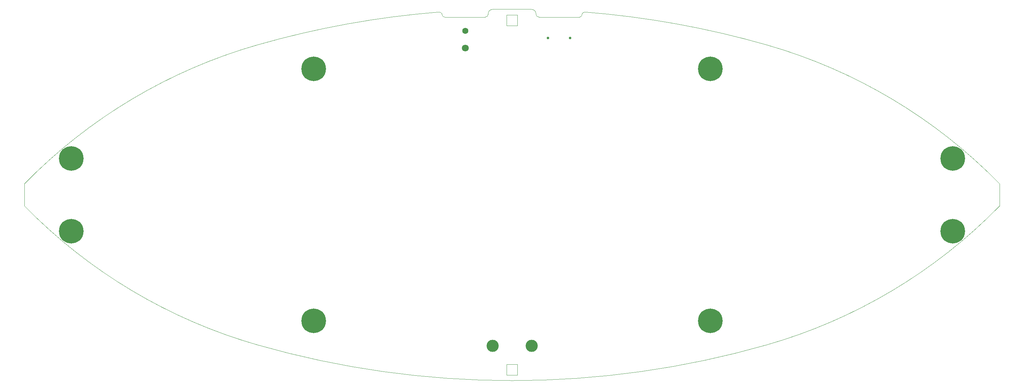
<source format=gbr>
%TF.GenerationSoftware,KiCad,Pcbnew,5.1.7-a382d34a8~87~ubuntu20.04.1*%
%TF.CreationDate,2020-11-05T15:53:10+05:30*%
%TF.ProjectId,halo,68616c6f-2e6b-4696-9361-645f70636258,v1*%
%TF.SameCoordinates,Original*%
%TF.FileFunction,Soldermask,Bot*%
%TF.FilePolarity,Negative*%
%FSLAX46Y46*%
G04 Gerber Fmt 4.6, Leading zero omitted, Abs format (unit mm)*
G04 Created by KiCad (PCBNEW 5.1.7-a382d34a8~87~ubuntu20.04.1) date 2020-11-05 15:53:10*
%MOMM*%
%LPD*%
G01*
G04 APERTURE LIST*
%TA.AperFunction,Profile*%
%ADD10C,0.050000*%
%TD*%
%ADD11C,0.650000*%
%ADD12C,1.600000*%
%ADD13C,1.800000*%
%ADD14C,6.400000*%
%ADD15C,0.800000*%
%ADD16C,3.175000*%
G04 APERTURE END LIST*
D10*
X73431896Y-62496118D02*
G75*
G02*
X120707642Y-53928265I66269656J-230949950D01*
G01*
X121541768Y-54762400D02*
G75*
G03*
X120707642Y-53928265I-834135J0D01*
G01*
X132715000Y-55245000D02*
G75*
G03*
X133477000Y-54483000I0J762000D01*
G01*
X132715000Y-55245000D02*
X122157808Y-55243390D01*
X134620000Y-53233692D02*
G75*
G03*
X133477000Y-54376692I0J-1143000D01*
G01*
X121541768Y-54762400D02*
G75*
G03*
X122157808Y-55243390I616040J154010D01*
G01*
X133477000Y-54483000D02*
X133477000Y-54376692D01*
X139700000Y-53180000D02*
G75*
G03*
X134620000Y-53233692I0J-240347211D01*
G01*
X145923000Y-54483000D02*
X145923000Y-54376692D01*
X157858232Y-54762400D02*
G75*
G02*
X158692358Y-53928265I834135J0D01*
G01*
X158692358Y-53928264D02*
G75*
G02*
X205969205Y-62493874I-18992358J-239578255D01*
G01*
X144780000Y-53233692D02*
G75*
G02*
X145923000Y-54376692I0J-1143000D01*
G01*
X139700000Y-53180000D02*
G75*
G02*
X144780000Y-53233692I0J-240347211D01*
G01*
X146685000Y-55245000D02*
G75*
G02*
X145923000Y-54483000I0J762000D01*
G01*
X157858232Y-54762400D02*
G75*
G02*
X157242192Y-55243390I-616040J154010D01*
G01*
X146685000Y-55245000D02*
X157242192Y-55243390D01*
X205969205Y-62493874D02*
G75*
G02*
X266571000Y-98721000I-37916205J-132229126D01*
G01*
X266571000Y-98721000D02*
X266571000Y-104479000D01*
X266571256Y-104479861D02*
G75*
G02*
X205969000Y-140707000I-98518256J96002861D01*
G01*
X205968733Y-140706537D02*
G75*
G02*
X139700000Y-150020000I-66268733J231106537D01*
G01*
X12828744Y-98720139D02*
G75*
G02*
X73431000Y-62493000I98518256J-96002861D01*
G01*
X139699871Y-150020519D02*
G75*
G02*
X73431000Y-140707000I129J240420519D01*
G01*
X12829000Y-98721000D02*
X12829000Y-104479000D01*
X73430795Y-140706126D02*
G75*
G02*
X12829000Y-104479000I37916205J132229126D01*
G01*
X89831000Y-134459000D02*
G75*
G03*
X89831000Y-134459000I-1717000J0D01*
G01*
X26734000Y-111075000D02*
G75*
G03*
X26734000Y-111075000I-1717000J0D01*
G01*
X141091000Y-145758000D02*
X138309000Y-145758000D01*
X138309000Y-145758000D02*
X138309000Y-148540000D01*
X138309000Y-148540000D02*
X141091000Y-148540000D01*
X141091000Y-148540000D02*
X141091000Y-145758000D01*
X193002000Y-134459000D02*
G75*
G03*
X193002000Y-134459000I-1716000J0D01*
G01*
X256100000Y-111075000D02*
G75*
G03*
X256100000Y-111075000I-1717000J0D01*
G01*
X26734000Y-92125000D02*
G75*
G03*
X26734000Y-92125000I-1717000J0D01*
G01*
X89831000Y-68741000D02*
G75*
G03*
X89831000Y-68741000I-1717000J0D01*
G01*
X256100000Y-92125000D02*
G75*
G03*
X256100000Y-92125000I-1717000J0D01*
G01*
X193002000Y-68741000D02*
G75*
G03*
X193002000Y-68741000I-1716000J0D01*
G01*
X141091000Y-54660000D02*
X138309000Y-54660000D01*
X138309000Y-54660000D02*
X138309000Y-57442000D01*
X138309000Y-57442000D02*
X141091000Y-57442000D01*
X141091000Y-57442000D02*
X141091000Y-54660000D01*
D11*
%TO.C,J2*%
X149002000Y-60706000D03*
X154782000Y-60706000D03*
%TD*%
D12*
%TO.C,J3*%
X127508000Y-58848000D03*
D13*
X127508000Y-63348000D03*
%TD*%
D14*
%TO.C,SC1*%
X25017000Y-92125000D03*
D15*
X27417000Y-92125000D03*
X26714056Y-93822056D03*
X25017000Y-94525000D03*
X23319944Y-93822056D03*
X22617000Y-92125000D03*
X23319944Y-90427944D03*
X25017000Y-89725000D03*
X26714056Y-90427944D03*
%TD*%
D14*
%TO.C,SC2*%
X88114000Y-68741000D03*
D15*
X90514000Y-68741000D03*
X89811056Y-70438056D03*
X88114000Y-71141000D03*
X86416944Y-70438056D03*
X85714000Y-68741000D03*
X86416944Y-67043944D03*
X88114000Y-66341000D03*
X89811056Y-67043944D03*
%TD*%
D14*
%TO.C,SC3*%
X191286000Y-68741000D03*
D15*
X193686000Y-68741000D03*
X192983056Y-70438056D03*
X191286000Y-71141000D03*
X189588944Y-70438056D03*
X188886000Y-68741000D03*
X189588944Y-67043944D03*
X191286000Y-66341000D03*
X192983056Y-67043944D03*
%TD*%
D14*
%TO.C,SC4*%
X254383000Y-92125000D03*
D15*
X256783000Y-92125000D03*
X256080056Y-93822056D03*
X254383000Y-94525000D03*
X252685944Y-93822056D03*
X251983000Y-92125000D03*
X252685944Y-90427944D03*
X254383000Y-89725000D03*
X256080056Y-90427944D03*
%TD*%
D14*
%TO.C,SC5*%
X254383000Y-111075000D03*
D15*
X256783000Y-111075000D03*
X256080056Y-112772056D03*
X254383000Y-113475000D03*
X252685944Y-112772056D03*
X251983000Y-111075000D03*
X252685944Y-109377944D03*
X254383000Y-108675000D03*
X256080056Y-109377944D03*
%TD*%
D14*
%TO.C,SC6*%
X191286000Y-134459000D03*
D15*
X193686000Y-134459000D03*
X192983056Y-136156056D03*
X191286000Y-136859000D03*
X189588944Y-136156056D03*
X188886000Y-134459000D03*
X189588944Y-132761944D03*
X191286000Y-132059000D03*
X192983056Y-132761944D03*
%TD*%
D14*
%TO.C,SC7*%
X88114000Y-134459000D03*
D15*
X90514000Y-134459000D03*
X89811056Y-136156056D03*
X88114000Y-136859000D03*
X86416944Y-136156056D03*
X85714000Y-134459000D03*
X86416944Y-132761944D03*
X88114000Y-132059000D03*
X89811056Y-132761944D03*
%TD*%
D14*
%TO.C,SC8*%
X25017000Y-111075000D03*
D15*
X27417000Y-111075000D03*
X26714056Y-112772056D03*
X25017000Y-113475000D03*
X23319944Y-112772056D03*
X22617000Y-111075000D03*
X23319944Y-109377944D03*
X25017000Y-108675000D03*
X26714056Y-109377944D03*
%TD*%
D16*
%TO.C,P5*%
X144780000Y-140970000D03*
X134620000Y-140970000D03*
%TD*%
M02*

</source>
